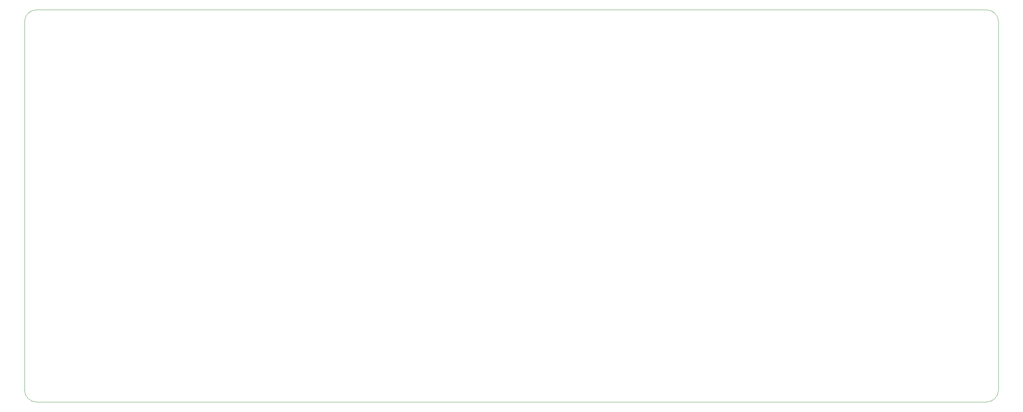
<source format=gbr>
G04 #@! TF.GenerationSoftware,KiCad,Pcbnew,(5.1.5-0-10_14)*
G04 #@! TF.CreationDate,2020-01-18T18:56:08-08:00*
G04 #@! TF.ProjectId,BRZ60_BLE_0.1,42525a36-305f-4424-9c45-5f302e312e6b,rev?*
G04 #@! TF.SameCoordinates,Original*
G04 #@! TF.FileFunction,Profile,NP*
%FSLAX46Y46*%
G04 Gerber Fmt 4.6, Leading zero omitted, Abs format (unit mm)*
G04 Created by KiCad (PCBNEW (5.1.5-0-10_14)) date 2020-01-18 18:56:08*
%MOMM*%
%LPD*%
G04 APERTURE LIST*
%ADD10C,0.050000*%
G04 APERTURE END LIST*
D10*
X315100000Y-125850000D02*
G75*
G02X312100000Y-128850000I-3000000J0D01*
G01*
X312100000Y-32750000D02*
G75*
G02X315100000Y-35750000I0J-3000000D01*
G01*
X76550000Y-35750000D02*
G75*
G02X79550000Y-32750000I3000000J0D01*
G01*
X79550000Y-128850000D02*
G75*
G02X76550000Y-125850000I0J3000000D01*
G01*
X312100000Y-128850000D02*
X79550000Y-128850000D01*
X79550000Y-32750000D02*
X312100000Y-32750000D01*
X76550000Y-35750000D02*
X76550000Y-125850000D01*
X315100000Y-35750000D02*
X315100000Y-125850000D01*
M02*

</source>
